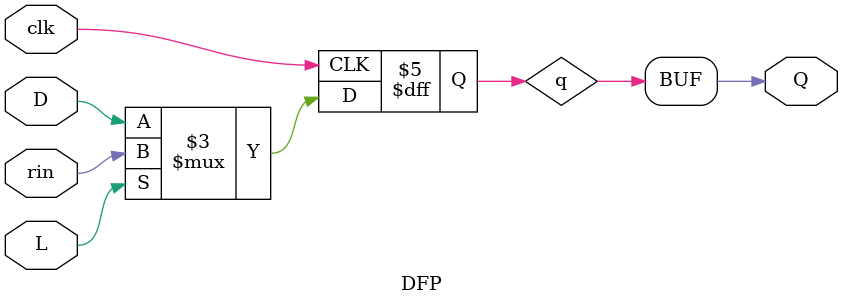
<source format=v>
  module DFP(
    input D, 
    input clk,
    input rin,
    input L,
    output Q);


reg q=0;
assign Q = q;
always @(posedge clk) begin
    // q <= D; only D flip flop
    q <= (L == 1'd1) ? rin : D;
end

endmodule
</source>
